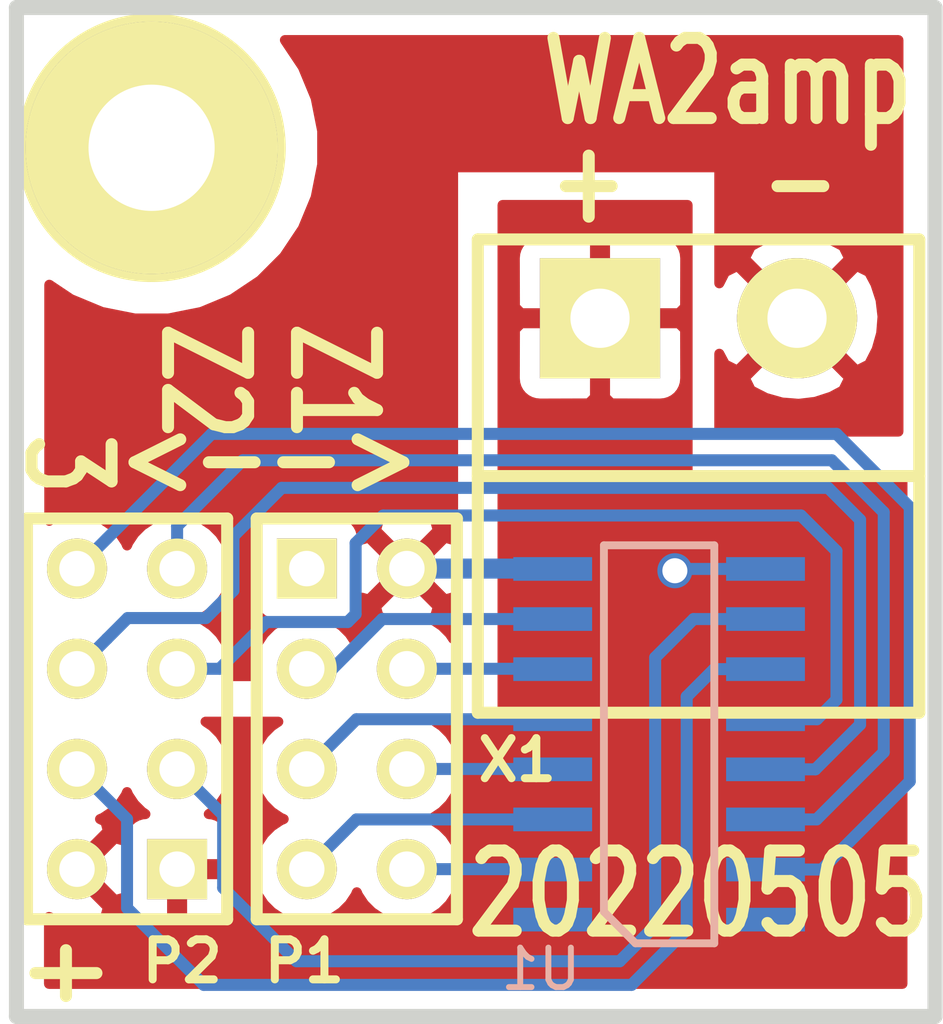
<source format=kicad_pcb>
(kicad_pcb (version 20171130) (host pcbnew "(5.1.5)-3")

  (general
    (thickness 1.6002)
    (drawings 11)
    (tracks 70)
    (zones 0)
    (modules 5)
    (nets 15)
  )

  (page A4)
  (title_block
    (title "Ausgangsverstärker zu\\nWeichenantrieb WA2")
    (date 2022-05-05)
    (rev "0434 -")
    (company MV)
  )

  (layers
    (0 F.Cu signal)
    (31 B.Cu signal)
    (32 B.Adhes user)
    (33 F.Adhes user)
    (34 B.Paste user)
    (35 F.Paste user)
    (36 B.SilkS user)
    (37 F.SilkS user)
    (38 B.Mask user)
    (39 F.Mask user)
    (40 Dwgs.User user)
    (41 Cmts.User user)
    (42 Eco1.User user)
    (43 Eco2.User user)
    (44 Edge.Cuts user)
    (45 Margin user)
    (46 B.CrtYd user)
    (47 F.CrtYd user)
  )

  (setup
    (last_trace_width 0.3048)
    (user_trace_width 0.3048)
    (user_trace_width 0.508)
    (user_trace_width 0.762)
    (user_trace_width 1.016)
    (user_trace_width 1.778)
    (user_trace_width 2.032)
    (trace_clearance 0.254)
    (zone_clearance 0.508)
    (zone_45_only no)
    (trace_min 0.2032)
    (via_size 0.889)
    (via_drill 0.635)
    (via_min_size 0.889)
    (via_min_drill 0.508)
    (uvia_size 0.508)
    (uvia_drill 0.127)
    (uvias_allowed no)
    (uvia_min_size 0.508)
    (uvia_min_drill 0.127)
    (edge_width 0.381)
    (segment_width 0.381)
    (pcb_text_width 0.3048)
    (pcb_text_size 1.524 2.032)
    (mod_edge_width 0.381)
    (mod_text_size 1.524 1.524)
    (mod_text_width 0.3048)
    (pad_size 1.524 1.524)
    (pad_drill 0.8128)
    (pad_to_mask_clearance 0.254)
    (aux_axis_origin 0 0)
    (visible_elements 7FFFFFBF)
    (pcbplotparams
      (layerselection 0x010f0_ffffffff)
      (usegerberextensions true)
      (usegerberattributes false)
      (usegerberadvancedattributes false)
      (creategerberjobfile false)
      (excludeedgelayer true)
      (linewidth 0.150000)
      (plotframeref false)
      (viasonmask false)
      (mode 1)
      (useauxorigin false)
      (hpglpennumber 1)
      (hpglpenspeed 20)
      (hpglpendiameter 15.000000)
      (psnegative false)
      (psa4output false)
      (plotreference true)
      (plotvalue true)
      (plotinvisibletext false)
      (padsonsilk false)
      (subtractmaskfromsilk false)
      (outputformat 1)
      (mirror false)
      (drillshape 0)
      (scaleselection 1)
      (outputdirectory "gerber/"))
  )

  (net 0 "")
  (net 1 GND)
  (net 2 /I6)
  (net 3 /I5)
  (net 4 /I4)
  (net 5 /I3)
  (net 6 /I2)
  (net 7 /I1)
  (net 8 /P6)
  (net 9 /P5)
  (net 10 /P4)
  (net 11 /P3)
  (net 12 /P2)
  (net 13 /P1)
  (net 14 +12V)

  (net_class Default "Dies ist die voreingestellte Netzklasse."
    (clearance 0.254)
    (trace_width 0.3048)
    (via_dia 0.889)
    (via_drill 0.635)
    (uvia_dia 0.508)
    (uvia_drill 0.127)
    (diff_pair_width 0.2032)
    (diff_pair_gap 0.254)
    (add_net +12V)
    (add_net /I1)
    (add_net /I2)
    (add_net /I3)
    (add_net /I4)
    (add_net /I5)
    (add_net /I6)
    (add_net /P1)
    (add_net /P2)
    (add_net /P3)
    (add_net /P4)
    (add_net /P5)
    (add_net /P6)
    (add_net GND)
  )

  (module base:SOIC-16 (layer B.Cu) (tedit 627132D4) (tstamp 62724812)
    (at 133.4 93.1 90)
    (path /511D461E)
    (attr smd)
    (fp_text reference U1 (at -5.7 -3) (layer B.SilkS)
      (effects (font (size 1 1) (thickness 0.15)) (justify mirror))
    )
    (fp_text value ULN2003 (at 0 0 270) (layer B.Fab)
      (effects (font (size 1 1) (thickness 0.15)) (justify mirror))
    )
    (fp_line (start -5 -3.95) (end -5 3.95) (layer B.CrtYd) (width 0.05))
    (fp_line (start 5 -3.95) (end -5 -3.95) (layer B.CrtYd) (width 0.05))
    (fp_line (start 5 3.95) (end 5 -3.95) (layer B.CrtYd) (width 0.05))
    (fp_line (start -5 3.95) (end 5 3.95) (layer B.CrtYd) (width 0.05))
    (fp_line (start 5.045 -1.4) (end -4.245 -1.4) (layer B.SilkS) (width 0.2))
    (fp_line (start 5.045 1.4) (end 5.045 -1.4) (layer B.SilkS) (width 0.2))
    (fp_line (start -5.045 1.4) (end 5.045 1.4) (layer B.SilkS) (width 0.2))
    (fp_line (start -5.045 -0.6) (end -5.045 1.4) (layer B.SilkS) (width 0.2))
    (fp_line (start -4.245 -1.4) (end -5.045 -0.6) (layer B.SilkS) (width 0.2))
    (pad 8 smd rect (at 4.445 -2.7 90) (size 0.6 2) (layers B.Cu B.Paste B.Mask)
      (net 1 GND))
    (pad 9 smd rect (at 4.445 2.7 90) (size 0.6 2) (layers B.Cu B.Paste B.Mask)
      (net 14 +12V))
    (pad 7 smd rect (at 3.175 -2.7 90) (size 0.6 2) (layers B.Cu B.Paste B.Mask)
      (net 7 /I1))
    (pad 10 smd rect (at 3.175 2.7 90) (size 0.6 2) (layers B.Cu B.Paste B.Mask)
      (net 13 /P1))
    (pad 6 smd rect (at 1.905 -2.7 90) (size 0.6 2) (layers B.Cu B.Paste B.Mask)
      (net 6 /I2))
    (pad 11 smd rect (at 1.905 2.7 90) (size 0.6 2) (layers B.Cu B.Paste B.Mask)
      (net 12 /P2))
    (pad 5 smd rect (at 0.635 -2.7 90) (size 0.6 2) (layers B.Cu B.Paste B.Mask)
      (net 5 /I3))
    (pad 12 smd rect (at 0.635 2.7 90) (size 0.6 2) (layers B.Cu B.Paste B.Mask)
      (net 11 /P3))
    (pad 4 smd rect (at -0.635 -2.7 90) (size 0.6 2) (layers B.Cu B.Paste B.Mask)
      (net 4 /I4))
    (pad 13 smd rect (at -0.635 2.7 90) (size 0.6 2) (layers B.Cu B.Paste B.Mask)
      (net 10 /P4))
    (pad 3 smd rect (at -1.905 -2.7 90) (size 0.6 2) (layers B.Cu B.Paste B.Mask)
      (net 3 /I5))
    (pad 14 smd rect (at -1.905 2.7 90) (size 0.6 2) (layers B.Cu B.Paste B.Mask)
      (net 9 /P5))
    (pad 2 smd rect (at -3.175 -2.7 90) (size 0.6 2) (layers B.Cu B.Paste B.Mask)
      (net 2 /I6))
    (pad 15 smd rect (at -3.175 2.7 90) (size 0.6 2) (layers B.Cu B.Paste B.Mask)
      (net 8 /P6))
    (pad 1 smd rect (at -4.445 -2.7 90) (size 0.6 2) (layers B.Cu B.Paste B.Mask))
    (pad 16 smd rect (at -4.445 2.7 90) (size 0.6 2) (layers B.Cu B.Paste B.Mask))
  )

  (module base:AKL330_02 (layer F.Cu) (tedit 4EF9BA52) (tstamp 62724CE1)
    (at 134.4 82.3)
    (descr "RIA Wannenstecker AKL 330 5mm 2pol")
    (tags "RIA AKL 330")
    (path /6289AC49)
    (fp_text reference X1 (at -4.6 11.2) (layer F.SilkS)
      (effects (font (size 1.016 1.016) (thickness 0.2032)))
    )
    (fp_text value CONN_2 (at 0 5.08) (layer F.SilkS) hide
      (effects (font (size 1.524 1.524) (thickness 0.3048)))
    )
    (fp_line (start -5.6007 4.0005) (end 5.6007 4.0005) (layer F.SilkS) (width 0.3048))
    (fp_line (start -5.6007 -1.99898) (end 5.6007 -1.99898) (layer F.SilkS) (width 0.3048))
    (fp_line (start 5.6007 -1.99898) (end 5.6007 9.99998) (layer F.SilkS) (width 0.3048))
    (fp_line (start 5.6007 9.99998) (end -5.6007 9.99998) (layer F.SilkS) (width 0.3048))
    (fp_line (start -5.6007 -1.99898) (end -5.6007 9.99998) (layer F.SilkS) (width 0.3048))
    (pad 1 thru_hole rect (at -2.49936 0) (size 3.048 3.048) (drill 1.50114) (layers *.Cu *.Mask F.SilkS)
      (net 14 +12V))
    (pad 2 thru_hole circle (at 2.49936 0) (size 3.048 3.048) (drill 1.50114) (layers *.Cu *.Mask F.SilkS)
      (net 1 GND))
    (model device/bornier_2.wrl
      (at (xyz 0 0 0))
      (scale (xyz 1 1 1))
      (rotate (xyz 0 0 0))
    )
  )

  (module base:pin_array_4x2 (layer F.Cu) (tedit 3FAB90E6) (tstamp 62718DB3)
    (at 119.9 92.456 90)
    (descr "Double rangee de contacts 2 x 4 pins")
    (tags CONN)
    (path /62881F19)
    (fp_text reference P2 (at -6.144 1.4 180) (layer F.SilkS)
      (effects (font (size 1.016 1.016) (thickness 0.2032)))
    )
    (fp_text value CONN_8 (at 0 3.81 90) (layer F.SilkS) hide
      (effects (font (size 1.016 1.016) (thickness 0.2032)))
    )
    (fp_line (start -5.08 2.54) (end -5.08 -2.54) (layer F.SilkS) (width 0.3048))
    (fp_line (start 5.08 2.54) (end -5.08 2.54) (layer F.SilkS) (width 0.3048))
    (fp_line (start 5.08 -2.54) (end 5.08 2.54) (layer F.SilkS) (width 0.3048))
    (fp_line (start -5.08 -2.54) (end 5.08 -2.54) (layer F.SilkS) (width 0.3048))
    (pad 8 thru_hole circle (at 3.81 -1.27 90) (size 1.524 1.524) (drill 0.89916) (layers *.Cu *.Mask F.SilkS)
      (net 8 /P6))
    (pad 7 thru_hole circle (at 3.81 1.27 90) (size 1.524 1.524) (drill 0.89916) (layers *.Cu *.Mask F.SilkS)
      (net 9 /P5))
    (pad 6 thru_hole circle (at 1.27 -1.27 90) (size 1.524 1.524) (drill 0.89916) (layers *.Cu *.Mask F.SilkS)
      (net 10 /P4))
    (pad 5 thru_hole circle (at 1.27 1.27 90) (size 1.524 1.524) (drill 0.89916) (layers *.Cu *.Mask F.SilkS)
      (net 11 /P3))
    (pad 4 thru_hole circle (at -1.27 -1.27 90) (size 1.524 1.524) (drill 0.89916) (layers *.Cu *.Mask F.SilkS)
      (net 12 /P2))
    (pad 3 thru_hole circle (at -1.27 1.27 90) (size 1.524 1.524) (drill 0.89916) (layers *.Cu *.Mask F.SilkS)
      (net 13 /P1))
    (pad 2 thru_hole circle (at -3.81 -1.27 90) (size 1.524 1.524) (drill 0.89916) (layers *.Cu *.Mask F.SilkS)
      (net 14 +12V))
    (pad 1 thru_hole rect (at -3.81 1.27 90) (size 1.524 1.524) (drill 0.89916) (layers *.Cu *.Mask F.SilkS)
      (net 14 +12V))
    (model pin_array/pins_array_4x2.wrl
      (at (xyz 0 0 0))
      (scale (xyz 1 1 1))
      (rotate (xyz 0 0 0))
    )
  )

  (module base:pin_array_4x2 locked (layer F.Cu) (tedit 3FAB90E6) (tstamp 62712A7B)
    (at 125.73 92.456 270)
    (descr "Double rangee de contacts 2 x 4 pins")
    (tags CONN)
    (path /5119417F)
    (fp_text reference P1 (at 6.144 1.33 180) (layer F.SilkS)
      (effects (font (size 1.016 1.016) (thickness 0.2032)))
    )
    (fp_text value CONN_8 (at 0 3.81 90) (layer F.SilkS) hide
      (effects (font (size 1.016 1.016) (thickness 0.2032)))
    )
    (fp_line (start -5.08 2.54) (end -5.08 -2.54) (layer F.SilkS) (width 0.3048))
    (fp_line (start 5.08 2.54) (end -5.08 2.54) (layer F.SilkS) (width 0.3048))
    (fp_line (start 5.08 -2.54) (end 5.08 2.54) (layer F.SilkS) (width 0.3048))
    (fp_line (start -5.08 -2.54) (end 5.08 -2.54) (layer F.SilkS) (width 0.3048))
    (pad 8 thru_hole circle (at 3.81 -1.27 270) (size 1.524 1.524) (drill 0.89916) (layers *.Cu *.Mask F.SilkS)
      (net 2 /I6))
    (pad 7 thru_hole circle (at 3.81 1.27 270) (size 1.524 1.524) (drill 0.89916) (layers *.Cu *.Mask F.SilkS)
      (net 3 /I5))
    (pad 6 thru_hole circle (at 1.27 -1.27 270) (size 1.524 1.524) (drill 0.89916) (layers *.Cu *.Mask F.SilkS)
      (net 4 /I4))
    (pad 5 thru_hole circle (at 1.27 1.27 270) (size 1.524 1.524) (drill 0.89916) (layers *.Cu *.Mask F.SilkS)
      (net 5 /I3))
    (pad 4 thru_hole circle (at -1.27 -1.27 270) (size 1.524 1.524) (drill 0.89916) (layers *.Cu *.Mask F.SilkS)
      (net 6 /I2))
    (pad 3 thru_hole circle (at -1.27 1.27 270) (size 1.524 1.524) (drill 0.89916) (layers *.Cu *.Mask F.SilkS)
      (net 7 /I1))
    (pad 2 thru_hole circle (at -3.81 -1.27 270) (size 1.524 1.524) (drill 0.89916) (layers *.Cu *.Mask F.SilkS)
      (net 1 GND))
    (pad 1 thru_hole rect (at -3.81 1.27 270) (size 1.524 1.524) (drill 0.89916) (layers *.Cu *.Mask F.SilkS))
    (model pin_array/pins_array_4x2.wrl
      (at (xyz 0 0 0))
      (scale (xyz 1 1 1))
      (rotate (xyz 0 0 0))
    )
  )

  (module HOLE_32 locked (layer F.Cu) (tedit 5117F2CF) (tstamp 51179571)
    (at 120.523 77.978)
    (descr "Hole 3.2mm")
    (tags HOLE)
    (path HOLE_32)
    (fp_text reference HOLE (at 0 0) (layer F.SilkS)
      (effects (font (size 0.762 0.762) (thickness 0.1524)))
    )
    (fp_text value Val** (at 0 0) (layer F.SilkS) hide
      (effects (font (size 0.762 0.762) (thickness 0.1524)))
    )
    (fp_circle (center 0 0) (end 3.302 0) (layer F.SilkS) (width 0.2032))
    (fp_circle (center 0 0) (end 1.7018 -0.0508) (layer F.SilkS) (width 0.2032))
    (pad "" thru_hole circle (at 0 0) (size 6.4008 6.4008) (drill 3.2004) (layers *.Cu *.Mask F.SilkS)
      (clearance 1.00076))
  )

  (gr_text 20220505 (at 128.4 96.9) (layer F.SilkS) (tstamp 6272B7F8)
    (effects (font (size 2.032 1.524) (thickness 0.3048)) (justify left))
  )
  (gr_text WA2amp (at 130.3 76.3) (layer F.SilkS) (tstamp 6272B813)
    (effects (font (size 2.032 1.524) (thickness 0.3048)) (justify left))
  )
  (gr_line (start 117.094 100) (end 140.4 100) (angle 90) (layer Edge.Cuts) (width 0.381) (tstamp 6271957D))
  (gr_line (start 140.4 100) (end 140.4 74.422) (angle 90) (layer Edge.Cuts) (width 0.381) (tstamp 6271957A))
  (gr_text <--> (at 123.5 85.8) (layer F.SilkS) (tstamp 627193AD)
    (effects (font (size 2.032 1.524) (thickness 0.3048)))
  )
  (gr_text "Z1\nZ2" (at 123.5 83.9 270) (layer F.SilkS) (tstamp 627193A8)
    (effects (font (size 2.032 1.524) (thickness 0.3048)))
  )
  (gr_text "+   -" (at 134.3 78.8) (layer F.SilkS)
    (effects (font (size 2.032 1.524) (thickness 0.3048)))
  )
  (gr_text 3 (at 118.4 86 270) (layer F.SilkS) (tstamp 62719320)
    (effects (font (size 2.032 1.524) (thickness 0.3048)))
  )
  (gr_text + (at 118.5 98.9 270) (layer F.SilkS)
    (effects (font (size 2.032 1.524) (thickness 0.3048)))
  )
  (gr_line (start 117.094 74.422) (end 140.4 74.422) (angle 90) (layer Edge.Cuts) (width 0.381))
  (gr_line (start 117.094 100) (end 117.094 74.422) (angle 90) (layer Edge.Cuts) (width 0.381))

  (segment (start 130.691 88.646) (end 130.7 88.655) (width 0.508) (layer B.Cu) (net 1))
  (segment (start 127 88.646) (end 130.691 88.646) (width 0.508) (layer B.Cu) (net 1))
  (segment (start 130.691 96.266) (end 130.7 96.275) (width 0.3048) (layer B.Cu) (net 2))
  (segment (start 127 96.266) (end 130.691 96.266) (width 0.3048) (layer B.Cu) (net 2))
  (segment (start 125.721 95.005) (end 130.7 95.005) (width 0.3048) (layer B.Cu) (net 3))
  (segment (start 124.46 96.266) (end 125.721 95.005) (width 0.3048) (layer B.Cu) (net 3))
  (segment (start 130.691 93.726) (end 130.7 93.735) (width 0.3048) (layer B.Cu) (net 4))
  (segment (start 127 93.726) (end 130.691 93.726) (width 0.3048) (layer B.Cu) (net 4))
  (segment (start 125.721 92.465) (end 130.7 92.465) (width 0.3048) (layer B.Cu) (net 5))
  (segment (start 124.46 93.726) (end 125.721 92.465) (width 0.3048) (layer B.Cu) (net 5))
  (segment (start 130.691 91.186) (end 130.7 91.195) (width 0.3048) (layer B.Cu) (net 6))
  (segment (start 127 91.186) (end 130.691 91.186) (width 0.3048) (layer B.Cu) (net 6))
  (segment (start 126.375 89.925) (end 130.7 89.925) (width 0.3048) (layer B.Cu) (net 7))
  (segment (start 124.46 91.186) (end 125.114 91.186) (width 0.3048) (layer B.Cu) (net 7))
  (segment (start 125.114 91.186) (end 126.375 89.925) (width 0.3048) (layer B.Cu) (net 7))
  (segment (start 119.391999 87.884001) (end 118.63 88.646) (width 0.3048) (layer B.Cu) (net 8))
  (segment (start 122.044521 85.231479) (end 119.391999 87.884001) (width 0.3048) (layer B.Cu) (net 8))
  (segment (start 137.525 96.275) (end 139.758809 94.041191) (width 0.3048) (layer B.Cu) (net 8))
  (segment (start 136.1 96.275) (end 137.525 96.275) (width 0.3048) (layer B.Cu) (net 8))
  (segment (start 139.758809 94.041191) (end 139.758809 87.087981) (width 0.3048) (layer B.Cu) (net 8))
  (segment (start 139.758809 87.087981) (end 137.902307 85.231479) (width 0.3048) (layer B.Cu) (net 8))
  (segment (start 137.902307 85.231479) (end 122.044521 85.231479) (width 0.3048) (layer B.Cu) (net 8))
  (segment (start 137.780552 85.9) (end 122.83837 85.9) (width 0.3048) (layer B.Cu) (net 9))
  (segment (start 139.1 93.3) (end 139.1 87.219448) (width 0.3048) (layer B.Cu) (net 9))
  (segment (start 136.1 95.005) (end 137.395 95.005) (width 0.3048) (layer B.Cu) (net 9))
  (segment (start 139.1 87.219448) (end 137.780552 85.9) (width 0.3048) (layer B.Cu) (net 9))
  (segment (start 137.395 95.005) (end 139.1 93.3) (width 0.3048) (layer B.Cu) (net 9))
  (segment (start 122.83837 85.9) (end 121.17 87.56837) (width 0.3048) (layer B.Cu) (net 9))
  (segment (start 121.17 87.56837) (end 121.17 88.646) (width 0.3048) (layer B.Cu) (net 9))
  (segment (start 138.5 92.6) (end 138.5 87.409724) (width 0.3048) (layer B.Cu) (net 10))
  (segment (start 138.5 87.409724) (end 137.690276 86.6) (width 0.3048) (layer B.Cu) (net 10))
  (segment (start 136.1 93.735) (end 137.365 93.735) (width 0.3048) (layer B.Cu) (net 10))
  (segment (start 137.690276 86.6) (end 123.823568 86.6) (width 0.3048) (layer B.Cu) (net 10))
  (segment (start 137.365 93.735) (end 138.5 92.6) (width 0.3048) (layer B.Cu) (net 10))
  (segment (start 123.823568 86.6) (end 122.6 87.823568) (width 0.3048) (layer B.Cu) (net 10))
  (segment (start 122.6 87.823568) (end 122.6 89.2) (width 0.3048) (layer B.Cu) (net 10))
  (segment (start 122.6 89.2) (end 121.9 89.9) (width 0.3048) (layer B.Cu) (net 10))
  (segment (start 121.9 89.9) (end 119.916 89.9) (width 0.3048) (layer B.Cu) (net 10))
  (segment (start 119.916 89.9) (end 119.391999 90.424001) (width 0.3048) (layer B.Cu) (net 10))
  (segment (start 119.391999 90.424001) (end 118.63 91.186) (width 0.3048) (layer B.Cu) (net 10))
  (segment (start 137.4048 92.465) (end 136.1 92.465) (width 0.3048) (layer B.Cu) (net 11))
  (segment (start 137.9 91.9698) (end 137.4048 92.465) (width 0.3048) (layer B.Cu) (net 11))
  (segment (start 137.9 88.2) (end 137.9 91.9698) (width 0.3048) (layer B.Cu) (net 11))
  (segment (start 137 87.3) (end 137.9 88.2) (width 0.3048) (layer B.Cu) (net 11))
  (segment (start 126.4 87.3) (end 137 87.3) (width 0.3048) (layer B.Cu) (net 11))
  (segment (start 125.7 88) (end 126.4 87.3) (width 0.3048) (layer B.Cu) (net 11))
  (segment (start 122.24763 91.186) (end 123.43363 90) (width 0.3048) (layer B.Cu) (net 11))
  (segment (start 121.17 91.186) (end 122.24763 91.186) (width 0.3048) (layer B.Cu) (net 11))
  (segment (start 125.7 89.8) (end 125.7 88) (width 0.3048) (layer B.Cu) (net 11))
  (segment (start 123.43363 90) (end 125.5 90) (width 0.3048) (layer B.Cu) (net 11))
  (segment (start 125.5 90) (end 125.7 89.8) (width 0.3048) (layer B.Cu) (net 11))
  (segment (start 134.7952 91.195) (end 136.1 91.195) (width 0.3048) (layer B.Cu) (net 12))
  (segment (start 134.1 91.8902) (end 134.7952 91.195) (width 0.3048) (layer B.Cu) (net 12))
  (segment (start 134.1 97.8) (end 134.1 91.8902) (width 0.3048) (layer B.Cu) (net 12))
  (segment (start 119.9 94.996) (end 119.9 97.251522) (width 0.3048) (layer B.Cu) (net 12))
  (segment (start 118.63 93.726) (end 119.9 94.996) (width 0.3048) (layer B.Cu) (net 12))
  (segment (start 119.9 97.251522) (end 121.848478 99.2) (width 0.3048) (layer B.Cu) (net 12))
  (segment (start 121.848478 99.2) (end 132.7 99.2) (width 0.3048) (layer B.Cu) (net 12))
  (segment (start 132.7 99.2) (end 134.1 97.8) (width 0.3048) (layer B.Cu) (net 12))
  (segment (start 122.338401 94.894401) (end 122.338401 96.738401) (width 0.3048) (layer B.Cu) (net 13))
  (segment (start 121.17 93.726) (end 122.338401 94.894401) (width 0.3048) (layer B.Cu) (net 13))
  (segment (start 122.338401 96.738401) (end 124.2 98.6) (width 0.3048) (layer B.Cu) (net 13))
  (segment (start 124.2 98.6) (end 132.4 98.6) (width 0.3048) (layer B.Cu) (net 13))
  (segment (start 132.4 98.6) (end 133.3 97.7) (width 0.3048) (layer B.Cu) (net 13))
  (segment (start 133.3 97.7) (end 133.3 90.9) (width 0.3048) (layer B.Cu) (net 13))
  (segment (start 134.275 89.925) (end 136.1 89.925) (width 0.3048) (layer B.Cu) (net 13))
  (segment (start 133.3 90.9) (end 134.275 89.925) (width 0.3048) (layer B.Cu) (net 13))
  (segment (start 136.1 88.655) (end 133.845 88.655) (width 0.3048) (layer B.Cu) (net 14))
  (via (at 133.8 88.7) (size 0.889) (drill 0.635) (layers F.Cu B.Cu) (net 14))
  (segment (start 133.845 88.655) (end 133.8 88.7) (width 0.3048) (layer B.Cu) (net 14))

  (zone (net 14) (net_name +12V) (layer F.Cu) (tstamp 0) (hatch edge 0.508)
    (connect_pads (clearance 0.508))
    (min_thickness 0.254)
    (fill yes (arc_segments 32) (thermal_gap 0.508) (thermal_bridge_width 0.508))
    (polygon
      (pts
        (xy 134.25 86.2) (xy 139.9 86.2) (xy 139.9 99.7) (xy 117.4 99.7) (xy 117.4 92.4)
        (xy 129.3 92.4) (xy 129.3 79.3) (xy 134.25 79.3)
      )
    )
    (filled_polygon
      (pts
        (xy 134.123 86.2) (xy 134.12544 86.224776) (xy 134.132667 86.248601) (xy 134.144403 86.270557) (xy 134.160197 86.289803)
        (xy 134.179443 86.305597) (xy 134.201399 86.317333) (xy 134.225224 86.32456) (xy 134.25 86.327) (xy 139.574501 86.327)
        (xy 139.5745 99.1745) (xy 117.9195 99.1745) (xy 117.9195 97.475644) (xy 118.160048 97.588756) (xy 118.427135 97.655023)
        (xy 118.702017 97.66791) (xy 118.974133 97.626922) (xy 119.233023 97.533636) (xy 119.34898 97.471656) (xy 119.41596 97.231565)
        (xy 118.63 96.445605) (xy 118.615858 96.459748) (xy 118.436253 96.280143) (xy 118.450395 96.266) (xy 118.436253 96.251858)
        (xy 118.615858 96.072253) (xy 118.63 96.086395) (xy 119.41596 95.300435) (xy 119.34898 95.060344) (xy 119.21324 94.996515)
        (xy 119.291727 94.964005) (xy 119.520535 94.81112) (xy 119.71512 94.616535) (xy 119.868005 94.387727) (xy 119.9 94.310485)
        (xy 119.931995 94.387727) (xy 120.08488 94.616535) (xy 120.279465 94.81112) (xy 120.367465 94.86992) (xy 120.283518 94.878188)
        (xy 120.16382 94.914498) (xy 120.053506 94.973463) (xy 119.956815 95.052815) (xy 119.877463 95.149506) (xy 119.818498 95.25982)
        (xy 119.782188 95.379518) (xy 119.769928 95.504) (xy 119.770088 95.528728) (xy 119.595565 95.48004) (xy 118.809605 96.266)
        (xy 119.595565 97.05196) (xy 119.770088 97.003272) (xy 119.769928 97.028) (xy 119.782188 97.152482) (xy 119.818498 97.27218)
        (xy 119.877463 97.382494) (xy 119.956815 97.479185) (xy 120.053506 97.558537) (xy 120.16382 97.617502) (xy 120.283518 97.653812)
        (xy 120.408 97.666072) (xy 120.88425 97.663) (xy 121.043 97.50425) (xy 121.043 96.393) (xy 121.297 96.393)
        (xy 121.297 97.50425) (xy 121.45575 97.663) (xy 121.932 97.666072) (xy 122.056482 97.653812) (xy 122.17618 97.617502)
        (xy 122.286494 97.558537) (xy 122.383185 97.479185) (xy 122.462537 97.382494) (xy 122.521502 97.27218) (xy 122.557812 97.152482)
        (xy 122.570072 97.028) (xy 122.567 96.55175) (xy 122.40825 96.393) (xy 121.297 96.393) (xy 121.043 96.393)
        (xy 121.023 96.393) (xy 121.023 96.139) (xy 121.043 96.139) (xy 121.043 96.119) (xy 121.297 96.119)
        (xy 121.297 96.139) (xy 122.40825 96.139) (xy 122.567 95.98025) (xy 122.570072 95.504) (xy 122.557812 95.379518)
        (xy 122.521502 95.25982) (xy 122.462537 95.149506) (xy 122.383185 95.052815) (xy 122.286494 94.973463) (xy 122.17618 94.914498)
        (xy 122.056482 94.878188) (xy 121.972535 94.86992) (xy 122.060535 94.81112) (xy 122.25512 94.616535) (xy 122.408005 94.387727)
        (xy 122.513314 94.13349) (xy 122.567 93.863592) (xy 122.567 93.588408) (xy 122.513314 93.31851) (xy 122.408005 93.064273)
        (xy 122.25512 92.835465) (xy 122.060535 92.64088) (xy 121.890102 92.527) (xy 123.739898 92.527) (xy 123.569465 92.64088)
        (xy 123.37488 92.835465) (xy 123.221995 93.064273) (xy 123.116686 93.31851) (xy 123.063 93.588408) (xy 123.063 93.863592)
        (xy 123.116686 94.13349) (xy 123.221995 94.387727) (xy 123.37488 94.616535) (xy 123.569465 94.81112) (xy 123.798273 94.964005)
        (xy 123.875515 94.996) (xy 123.798273 95.027995) (xy 123.569465 95.18088) (xy 123.37488 95.375465) (xy 123.221995 95.604273)
        (xy 123.116686 95.85851) (xy 123.063 96.128408) (xy 123.063 96.403592) (xy 123.116686 96.67349) (xy 123.221995 96.927727)
        (xy 123.37488 97.156535) (xy 123.569465 97.35112) (xy 123.798273 97.504005) (xy 124.05251 97.609314) (xy 124.322408 97.663)
        (xy 124.597592 97.663) (xy 124.86749 97.609314) (xy 125.121727 97.504005) (xy 125.350535 97.35112) (xy 125.54512 97.156535)
        (xy 125.698005 96.927727) (xy 125.73 96.850485) (xy 125.761995 96.927727) (xy 125.91488 97.156535) (xy 126.109465 97.35112)
        (xy 126.338273 97.504005) (xy 126.59251 97.609314) (xy 126.862408 97.663) (xy 127.137592 97.663) (xy 127.40749 97.609314)
        (xy 127.661727 97.504005) (xy 127.890535 97.35112) (xy 128.08512 97.156535) (xy 128.238005 96.927727) (xy 128.343314 96.67349)
        (xy 128.397 96.403592) (xy 128.397 96.128408) (xy 128.343314 95.85851) (xy 128.238005 95.604273) (xy 128.08512 95.375465)
        (xy 127.890535 95.18088) (xy 127.661727 95.027995) (xy 127.584485 94.996) (xy 127.661727 94.964005) (xy 127.890535 94.81112)
        (xy 128.08512 94.616535) (xy 128.238005 94.387727) (xy 128.343314 94.13349) (xy 128.397 93.863592) (xy 128.397 93.588408)
        (xy 128.343314 93.31851) (xy 128.238005 93.064273) (xy 128.08512 92.835465) (xy 127.890535 92.64088) (xy 127.720102 92.527)
        (xy 129.3 92.527) (xy 129.324776 92.52456) (xy 129.348601 92.517333) (xy 129.370557 92.505597) (xy 129.389803 92.489803)
        (xy 129.405597 92.470557) (xy 129.417333 92.448601) (xy 129.42456 92.424776) (xy 129.427 92.4) (xy 129.427 83.824)
        (xy 129.738568 83.824) (xy 129.750828 83.948482) (xy 129.787138 84.06818) (xy 129.846103 84.178494) (xy 129.925455 84.275185)
        (xy 130.022146 84.354537) (xy 130.13246 84.413502) (xy 130.252158 84.449812) (xy 130.37664 84.462072) (xy 131.61489 84.459)
        (xy 131.77364 84.30025) (xy 131.77364 82.427) (xy 132.02764 82.427) (xy 132.02764 84.30025) (xy 132.18639 84.459)
        (xy 133.42464 84.462072) (xy 133.549122 84.449812) (xy 133.66882 84.413502) (xy 133.779134 84.354537) (xy 133.875825 84.275185)
        (xy 133.955177 84.178494) (xy 134.014142 84.06818) (xy 134.050452 83.948482) (xy 134.062712 83.824) (xy 134.05964 82.58575)
        (xy 133.90089 82.427) (xy 132.02764 82.427) (xy 131.77364 82.427) (xy 129.90039 82.427) (xy 129.74164 82.58575)
        (xy 129.738568 83.824) (xy 129.427 83.824) (xy 129.427 80.776) (xy 129.738568 80.776) (xy 129.74164 82.01425)
        (xy 129.90039 82.173) (xy 131.77364 82.173) (xy 131.77364 80.29975) (xy 132.02764 80.29975) (xy 132.02764 82.173)
        (xy 133.90089 82.173) (xy 134.05964 82.01425) (xy 134.062712 80.776) (xy 134.050452 80.651518) (xy 134.014142 80.53182)
        (xy 133.955177 80.421506) (xy 133.875825 80.324815) (xy 133.779134 80.245463) (xy 133.66882 80.186498) (xy 133.549122 80.150188)
        (xy 133.42464 80.137928) (xy 132.18639 80.141) (xy 132.02764 80.29975) (xy 131.77364 80.29975) (xy 131.61489 80.141)
        (xy 130.37664 80.137928) (xy 130.252158 80.150188) (xy 130.13246 80.186498) (xy 130.022146 80.245463) (xy 129.925455 80.324815)
        (xy 129.846103 80.421506) (xy 129.787138 80.53182) (xy 129.750828 80.651518) (xy 129.738568 80.776) (xy 129.427 80.776)
        (xy 129.427 79.427) (xy 134.123 79.427)
      )
    )
  )
  (zone (net 1) (net_name GND) (layer F.Cu) (tstamp 0) (hatch edge 0.508)
    (connect_pads (clearance 0.508))
    (min_thickness 0.254)
    (fill yes (arc_segments 32) (thermal_gap 0.508) (thermal_bridge_width 0.508))
    (polygon
      (pts
        (xy 139.6 85.3) (xy 134.8 85.3) (xy 134.8 78.6) (xy 128.3 78.6) (xy 128.3 91.5)
        (xy 117.8 91.5) (xy 117.8 75.1) (xy 139.6 75)
      )
    )
    (filled_polygon
      (pts
        (xy 139.473 85.173) (xy 134.927 85.173) (xy 134.927 83.80874) (xy 135.570225 83.80874) (xy 135.729124 84.126758)
        (xy 136.107992 84.319959) (xy 136.517273 84.435534) (xy 136.941236 84.469042) (xy 137.36359 84.419194) (xy 137.768104 84.287908)
        (xy 138.069596 84.126758) (xy 138.228495 83.80874) (xy 136.89936 82.479605) (xy 135.570225 83.80874) (xy 134.927 83.80874)
        (xy 134.927 83.197832) (xy 135.072602 83.470236) (xy 135.39062 83.629135) (xy 136.719755 82.3) (xy 137.078965 82.3)
        (xy 138.4081 83.629135) (xy 138.726118 83.470236) (xy 138.919319 83.091368) (xy 139.034894 82.682087) (xy 139.068402 82.258124)
        (xy 139.018554 81.83577) (xy 138.887268 81.431256) (xy 138.726118 81.129764) (xy 138.4081 80.970865) (xy 137.078965 82.3)
        (xy 136.719755 82.3) (xy 135.39062 80.970865) (xy 135.072602 81.129764) (xy 134.927 81.41529) (xy 134.927 80.79126)
        (xy 135.570225 80.79126) (xy 136.89936 82.120395) (xy 138.228495 80.79126) (xy 138.069596 80.473242) (xy 137.690728 80.280041)
        (xy 137.281447 80.164466) (xy 136.857484 80.130958) (xy 136.43513 80.180806) (xy 136.030616 80.312092) (xy 135.729124 80.473242)
        (xy 135.570225 80.79126) (xy 134.927 80.79126) (xy 134.927 78.6) (xy 134.92456 78.575224) (xy 134.917333 78.551399)
        (xy 134.905597 78.529443) (xy 134.889803 78.510197) (xy 134.870557 78.494403) (xy 134.848601 78.482667) (xy 134.824776 78.47544)
        (xy 134.8 78.473) (xy 128.3 78.473) (xy 128.275224 78.47544) (xy 128.251399 78.482667) (xy 128.229443 78.494403)
        (xy 128.210197 78.510197) (xy 128.194403 78.529443) (xy 128.182667 78.551399) (xy 128.17544 78.575224) (xy 128.173 78.6)
        (xy 128.173 87.91791) (xy 127.965565 87.86004) (xy 127.179605 88.646) (xy 127.965565 89.43196) (xy 128.173 89.37409)
        (xy 128.173 90.426986) (xy 128.08512 90.295465) (xy 127.890535 90.10088) (xy 127.661727 89.947995) (xy 127.590057 89.918308)
        (xy 127.603023 89.913636) (xy 127.71898 89.851656) (xy 127.78596 89.611565) (xy 127 88.825605) (xy 126.21404 89.611565)
        (xy 126.28102 89.851656) (xy 126.41676 89.915485) (xy 126.338273 89.947995) (xy 126.109465 90.10088) (xy 125.91488 90.295465)
        (xy 125.761995 90.524273) (xy 125.73 90.601515) (xy 125.698005 90.524273) (xy 125.54512 90.295465) (xy 125.350535 90.10088)
        (xy 125.262535 90.04208) (xy 125.346482 90.033812) (xy 125.46618 89.997502) (xy 125.576494 89.938537) (xy 125.673185 89.859185)
        (xy 125.752537 89.762494) (xy 125.811502 89.65218) (xy 125.847812 89.532482) (xy 125.860072 89.408) (xy 125.860072 89.383317)
        (xy 126.034435 89.43196) (xy 126.820395 88.646) (xy 126.034435 87.86004) (xy 125.860072 87.908683) (xy 125.860072 87.884)
        (xy 125.847812 87.759518) (xy 125.823823 87.680435) (xy 126.21404 87.680435) (xy 127 88.466395) (xy 127.78596 87.680435)
        (xy 127.71898 87.440344) (xy 127.469952 87.323244) (xy 127.202865 87.256977) (xy 126.927983 87.24409) (xy 126.655867 87.285078)
        (xy 126.396977 87.378364) (xy 126.28102 87.440344) (xy 126.21404 87.680435) (xy 125.823823 87.680435) (xy 125.811502 87.63982)
        (xy 125.752537 87.529506) (xy 125.673185 87.432815) (xy 125.576494 87.353463) (xy 125.46618 87.294498) (xy 125.346482 87.258188)
        (xy 125.222 87.245928) (xy 123.698 87.245928) (xy 123.573518 87.258188) (xy 123.45382 87.294498) (xy 123.343506 87.353463)
        (xy 123.246815 87.432815) (xy 123.167463 87.529506) (xy 123.108498 87.63982) (xy 123.072188 87.759518) (xy 123.059928 87.884)
        (xy 123.059928 89.408) (xy 123.072188 89.532482) (xy 123.108498 89.65218) (xy 123.167463 89.762494) (xy 123.246815 89.859185)
        (xy 123.343506 89.938537) (xy 123.45382 89.997502) (xy 123.573518 90.033812) (xy 123.657465 90.04208) (xy 123.569465 90.10088)
        (xy 123.37488 90.295465) (xy 123.221995 90.524273) (xy 123.116686 90.77851) (xy 123.063 91.048408) (xy 123.063 91.323592)
        (xy 123.072828 91.373) (xy 122.557172 91.373) (xy 122.567 91.323592) (xy 122.567 91.048408) (xy 122.513314 90.77851)
        (xy 122.408005 90.524273) (xy 122.25512 90.295465) (xy 122.060535 90.10088) (xy 121.831727 89.947995) (xy 121.754485 89.916)
        (xy 121.831727 89.884005) (xy 122.060535 89.73112) (xy 122.25512 89.536535) (xy 122.408005 89.307727) (xy 122.513314 89.05349)
        (xy 122.567 88.783592) (xy 122.567 88.508408) (xy 122.513314 88.23851) (xy 122.408005 87.984273) (xy 122.25512 87.755465)
        (xy 122.060535 87.56088) (xy 121.831727 87.407995) (xy 121.57749 87.302686) (xy 121.307592 87.249) (xy 121.032408 87.249)
        (xy 120.76251 87.302686) (xy 120.508273 87.407995) (xy 120.279465 87.56088) (xy 120.08488 87.755465) (xy 119.931995 87.984273)
        (xy 119.9 88.061515) (xy 119.868005 87.984273) (xy 119.71512 87.755465) (xy 119.520535 87.56088) (xy 119.291727 87.407995)
        (xy 119.03749 87.302686) (xy 118.767592 87.249) (xy 118.492408 87.249) (xy 118.22251 87.302686) (xy 117.968273 87.407995)
        (xy 117.927 87.435573) (xy 117.927 81.448841) (xy 118.472848 81.813566) (xy 119.260522 82.139831) (xy 120.096713 82.30616)
        (xy 120.949287 82.30616) (xy 121.785478 82.139831) (xy 122.573152 81.813566) (xy 123.282041 81.339901) (xy 123.884901 80.737041)
        (xy 124.358566 80.028152) (xy 124.684831 79.240478) (xy 124.85116 78.404287) (xy 124.85116 77.551713) (xy 124.684831 76.715522)
        (xy 124.358566 75.927848) (xy 123.903972 75.2475) (xy 139.473 75.2475)
      )
    )
  )
)

</source>
